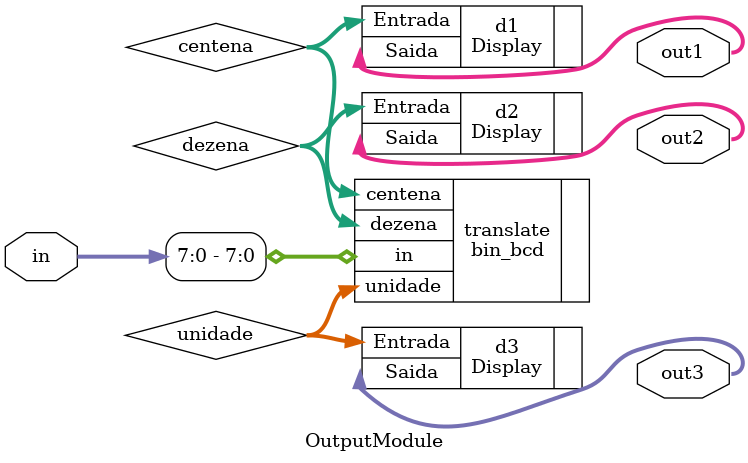
<source format=v>
module OutputModule(in, out1, out2, out3);
	
	input [32:0] in;
	wire [3:0] centena, dezena, unidade;
	output wire [6:0] out1, out2, out3;
	
	bin_bcd translate(.in(in[7:0]), .centena(centena), .dezena(dezena), .unidade(unidade));
	
	Display d1(.Entrada(centena), .Saida(out1));
	Display d2(.Entrada(dezena), .Saida(out2));
	Display d3(.Entrada(unidade), .Saida(out3));
	
endmodule 
</source>
